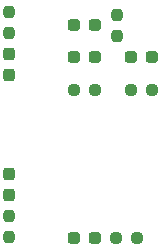
<source format=gbr>
%TF.GenerationSoftware,KiCad,Pcbnew,(6.0.11-0)*%
%TF.CreationDate,2023-02-12T12:51:19-05:00*%
%TF.ProjectId,TMC-Breakout,544d432d-4272-4656-916b-6f75742e6b69,1.0.0*%
%TF.SameCoordinates,Original*%
%TF.FileFunction,Paste,Top*%
%TF.FilePolarity,Positive*%
%FSLAX46Y46*%
G04 Gerber Fmt 4.6, Leading zero omitted, Abs format (unit mm)*
G04 Created by KiCad (PCBNEW (6.0.11-0)) date 2023-02-12 12:51:19*
%MOMM*%
%LPD*%
G01*
G04 APERTURE LIST*
G04 Aperture macros list*
%AMRoundRect*
0 Rectangle with rounded corners*
0 $1 Rounding radius*
0 $2 $3 $4 $5 $6 $7 $8 $9 X,Y pos of 4 corners*
0 Add a 4 corners polygon primitive as box body*
4,1,4,$2,$3,$4,$5,$6,$7,$8,$9,$2,$3,0*
0 Add four circle primitives for the rounded corners*
1,1,$1+$1,$2,$3*
1,1,$1+$1,$4,$5*
1,1,$1+$1,$6,$7*
1,1,$1+$1,$8,$9*
0 Add four rect primitives between the rounded corners*
20,1,$1+$1,$2,$3,$4,$5,0*
20,1,$1+$1,$4,$5,$6,$7,0*
20,1,$1+$1,$6,$7,$8,$9,0*
20,1,$1+$1,$8,$9,$2,$3,0*%
G04 Aperture macros list end*
%ADD10RoundRect,0.237500X-0.250000X-0.237500X0.250000X-0.237500X0.250000X0.237500X-0.250000X0.237500X0*%
%ADD11RoundRect,0.237500X0.250000X0.237500X-0.250000X0.237500X-0.250000X-0.237500X0.250000X-0.237500X0*%
%ADD12RoundRect,0.237500X-0.237500X0.287500X-0.237500X-0.287500X0.237500X-0.287500X0.237500X0.287500X0*%
%ADD13RoundRect,0.237500X-0.287500X-0.237500X0.287500X-0.237500X0.287500X0.237500X-0.287500X0.237500X0*%
%ADD14RoundRect,0.237500X-0.237500X0.250000X-0.237500X-0.250000X0.237500X-0.250000X0.237500X0.250000X0*%
%ADD15RoundRect,0.237500X0.287500X0.237500X-0.287500X0.237500X-0.287500X-0.237500X0.287500X-0.237500X0*%
%ADD16RoundRect,0.237500X0.237500X-0.287500X0.237500X0.287500X-0.237500X0.287500X-0.237500X-0.287500X0*%
%ADD17RoundRect,0.237500X0.237500X-0.250000X0.237500X0.250000X-0.237500X0.250000X-0.237500X-0.250000X0*%
G04 APERTURE END LIST*
D10*
%TO.C,R106*%
X125071500Y-85997750D03*
X126896500Y-85997750D03*
%TD*%
D11*
%TO.C,R103*%
X122070500Y-85997750D03*
X120245500Y-85997750D03*
%TD*%
D12*
%TO.C,D105*%
X114808000Y-82945000D03*
X114808000Y-84695000D03*
%TD*%
D13*
%TO.C,D106*%
X125109000Y-83203750D03*
X126859000Y-83203750D03*
%TD*%
D14*
%TO.C,R104*%
X114808000Y-96623500D03*
X114808000Y-98448500D03*
%TD*%
D11*
%TO.C,R101*%
X125626500Y-98552000D03*
X123801500Y-98552000D03*
%TD*%
D15*
%TO.C,D102*%
X122033000Y-80518000D03*
X120283000Y-80518000D03*
%TD*%
D16*
%TO.C,D104*%
X114808000Y-94855000D03*
X114808000Y-93105000D03*
%TD*%
D13*
%TO.C,D101*%
X120283000Y-98552000D03*
X122033000Y-98552000D03*
%TD*%
D17*
%TO.C,R105*%
X114808000Y-81176500D03*
X114808000Y-79351500D03*
%TD*%
%TO.C,R102*%
X123952000Y-81430500D03*
X123952000Y-79605500D03*
%TD*%
D15*
%TO.C,D103*%
X122033000Y-83203750D03*
X120283000Y-83203750D03*
%TD*%
M02*

</source>
